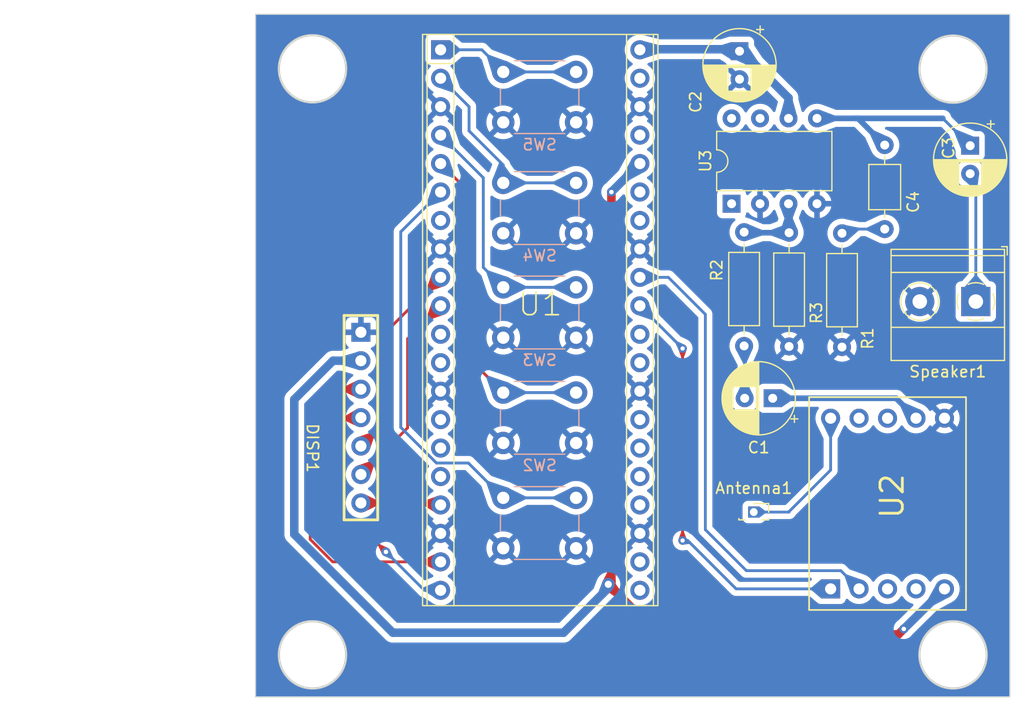
<source format=kicad_pcb>
(kicad_pcb (version 20221018) (generator pcbnew)
  (layers (0 "F.Cu" signal) (31 "B.Cu" signal) (34 "B.Paste" user) (35 "F.Paste" user) (36 "B.SilkS" user "B.Silkscreen") (37 "F.SilkS" user "F.Silkscreen") (38 "B.Mask" user) (39 "F.Mask" user) (44 "Edge.Cuts" user))
  (net 0 "")
  (net 1 "Net-(U2-ROUT)")
  (net 2 "Net-(U3-+)")
  (net 3 "GND")
  (net 4 "Net-(C3-Pad1)")
  (net 5 "Net-(C3-Pad2)")
  (net 6 "Net-(C4-Pad2)")
  (net 7 "Net-(DISP1-SCLK)")
  (net 8 "Net-(DISP1-SDA)")
  (net 9 "Net-(DISP1-RES)")
  (net 10 "Net-(DISP1-DC)")
  (net 11 "Net-(DISP1-CS)")
  (net 12 "Net-(U1-GP3)")
  (net 13 "Net-(U1-GP1)")
  (net 20 "Net-(U1-GP26{slash}ADC0)")
  (net 21 "Net-(U1-GP27{slash}ADC1)")
  (net 30 "Net-(Antenna1-Pin_1)")
  (net 34 "Net-(C1-Pad2)")
  (net 35 "+5V")
  (net 36 "+3V3")
  (net 42 "Net-(U1-GP4)")
  (net 43 "Net-(U1-GP2)")
  (net 44 "Net-(U1-GP0)")
  (footprint "Resistor_THT:R_Axial_DIN0207_L6.3mm_D2.5mm_P10.16mm_Horizontal" (layer "F.Cu") (at 169.52278 76.6572 90)
    (fp_text reference "R3" (at 2.9972 2.43522 90) (layer "F.SilkS"))
    (fp_text value "19")
    (pad "1" thru_hole circle (at 0 0 90) (size 1.6 1.6) (drill 0.8) (layers "*.Cu" "*.Mask") (net 3 "GND"))
    (pad "2" thru_hole oval (at 10.16 0 90) (size 1.6 1.6) (drill 0.8) (layers "*.Cu" "*.Mask") (net 2 "Net-(U3-+)"))
  )
  (footprint "Resistor_THT:R_Axial_DIN0207_L6.3mm_D2.5mm_P10.16mm_Horizontal" (layer "F.Cu") (at 165.50958 66.4464 -90)
    (fp_text reference "R2" (at 3.4036 2.44158 90) (layer "F.SilkS"))
    (fp_text value "3")
    (pad "1" thru_hole circle (at 0 0 270) (size 1.6 1.6) (drill 0.8) (layers "*.Cu" "*.Mask") (net 2 "Net-(U3-+)"))
    (pad "2" thru_hole oval (at 10.16 0 270) (size 1.6 1.6) (drill 0.8) (layers "*.Cu" "*.Mask") (net 34 "Net-(C1-Pad2)"))
  )
  (footprint "Capacitor_THT:CP_Radial_D6.3mm_P2.50mm" (layer "F.Cu") (at 168.06038 81.28 180)
    (fp_text reference "C1" (at 1.25 -4.4) (layer "F.SilkS"))
    (fp_text value "10uF")
    (pad "1" thru_hole rect (at 0 0 180) (size 1.6 1.6) (drill 0.8) (layers "*.Cu" "*.Mask") (net 1 "Net-(U2-ROUT)"))
    (pad "2" thru_hole circle (at 2.5 0 180) (size 1.6 1.6) (drill 0.8) (layers "*.Cu" "*.Mask") (net 34 "Net-(C1-Pad2)"))
  )
  (footprint "ECE:RDA5807M_Module_TH" (layer "F.Cu") (at 178.308 90.678 90)
    (fp_text reference "U2" (at 0.6604 0.4064 90 unlocked) (layer "F.SilkS") (effects (font (size 2 2) (thickness 0.25))))
    (fp_text value "RDA5807M_Module")
    (pad "1" thru_hole rect (at -7.62 -5.08 270) (size 1.7 1.7) (drill 1) (layers "*.Cu" "*.Mask") (net 20 "Net-(U1-GP26{slash}ADC0)"))
    (pad "2" thru_hole circle (at -7.62 -2.54 270) (size 1.7 1.7) (drill 1) (layers "*.Cu" "*.Mask") (net 21 "Net-(U1-GP27{slash}ADC1)"))
    (pad "3" thru_hole circle (at -7.62 0 270) (size 1.7 1.7) (drill 1) (layers "*.Cu" "*.Mask"))
    (pad "4" thru_hole circle (at -7.62 2.54 270) (size 1.7 1.7) (drill 1) (layers "*.Cu" "*.Mask"))
    (pad "5" thru_hole circle (at -7.62 5.08 270) (size 1.7 1.7) (drill 1) (layers "*.Cu" "*.Mask") (net 36 "+3V3"))
    (pad "6" thru_hole circle (at 7.62 5.08 270) (size 1.7 1.7) (drill 1) (layers "*.Cu" "*.Mask") (net 3 "GND"))
    (pad "7" thru_hole circle (at 7.62 2.54 270) (size 1.7 1.7) (drill 1) (layers "*.Cu" "*.Mask") (net 1 "Net-(U2-ROUT)"))
    (pad "8" thru_hole circle (at 7.62 0 270) (size 1.7 1.7) (drill 1) (layers "*.Cu" "*.Mask"))
    (pad "9" thru_hole circle (at 7.62 -2.54 270) (size 1.7 1.7) (drill 1) (layers "*.Cu" "*.Mask"))
    (pad "10" thru_hole circle (at 7.62 -5.08 270) (size 1.7 1.7) (drill 1) (layers "*.Cu" "*.Mask") (net 30 "Net-(Antenna1-Pin_1)"))
  )
  (footprint "Capacitor_THT:CP_Radial_D6.3mm_P2.50mm" (layer "F.Cu") (at 185.677887 58.728687 -90)
    (fp_text reference "C3" (at 0.214 1.92722 90) (layer "F.SilkS"))
    (fp_text value "470uF")
    (pad "1" thru_hole rect (at 0 0 270) (size 1.6 1.6) (drill 0.8) (layers "*.Cu" "*.Mask") (net 4 "Net-(C3-Pad1)"))
    (pad "2" thru_hole circle (at 2.5 0 270) (size 1.6 1.6) (drill 0.8) (layers "*.Cu" "*.Mask") (net 5 "Net-(C3-Pad2)"))
  )
  (footprint "ECE:OLED_Display_1.3" (layer "F.Cu") (at 99.368 65.2672 -90)
    (fp_text reference "DISP1" (at 20.4578 -27.632 -90 unlocked) (layer "F.SilkS"))
    (fp_text value "OLED Display")
    (pad "1" thru_hole rect (at 10.12 -31.95 180) (size 1.7 1.7) (drill 1) (layers "*.Cu" "*.Mask") (net 3 "GND"))
    (pad "2" thru_hole circle (at 12.66 -31.95 180) (size 1.7 1.7) (drill 1) (layers "*.Cu" "*.Mask") (net 36 "+3V3"))
    (pad "3" thru_hole circle (at 15.2 -31.95 180) (size 1.7 1.7) (drill 1) (layers "*.Cu" "*.Mask") (net 7 "Net-(DISP1-SCLK)"))
    (pad "4" thru_hole circle (at 17.74 -31.95 180) (size 1.7 1.7) (drill 1) (layers "*.Cu" "*.Mask") (net 8 "Net-(DISP1-SDA)"))
    (pad "5" thru_hole circle (at 20.28 -31.95 180) (size 1.7 1.7) (drill 1) (layers "*.Cu" "*.Mask") (net 9 "Net-(DISP1-RES)"))
    (pad "6" thru_hole circle (at 22.82 -31.95 180) (size 1.7 1.7) (drill 1) (layers "*.Cu" "*.Mask") (net 10 "Net-(DISP1-DC)"))
    (pad "7" thru_hole circle (at 25.36 -31.95 180) (size 1.7 1.7) (drill 1) (layers "*.Cu" "*.Mask") (net 11 "Net-(DISP1-CS)"))
  )
  (footprint "Capacitor_THT:CP_Radial_D6.3mm_P2.50mm" (layer "F.Cu") (at 165.1 50.292 -90)
    (fp_text reference "C2" (at 4.532 3.9116 90) (layer "F.SilkS"))
    (fp_text value "10uF")
    (pad "1" thru_hole rect (at 0 0 270) (size 1.6 1.6) (drill 0.8) (layers "*.Cu" "*.Mask") (net 35 "+5V"))
    (pad "2" thru_hole circle (at 2.5 0 270) (size 1.6 1.6) (drill 0.8) (layers "*.Cu" "*.Mask") (net 3 "GND"))
  )
  (footprint "ECE:RPi_Pico_TH" (layer "F.Cu") (at 147.32 74.295)
    (fp_text reference "U1" (at 0 -1.397 unlocked) (layer "F.SilkS") (effects (font (size 2 2))))
    (fp_text value "RPi_Pico_TH")
    (pad "1" thru_hole rect (at -8.89 -24.13) (size 1.7 1.7) (drill 1) (layers "*.Cu" "*.Mask") (net 44 "Net-(U1-GP0)"))
    (pad "2" thru_hole circle (at -8.89 -21.59) (size 1.7 1.7) (drill 1) (layers "*.Cu" "*.Mask") (net 13 "Net-(U1-GP1)"))
    (pad "3" thru_hole circle (at -8.89 -19.05) (size 1.7 1.7) (drill 1) (layers "*.Cu" "*.Mask") (net 3 "GND"))
    (pad "4" thru_hole circle (at -8.89 -16.51) (size 1.7 1.7) (drill 1) (layers "*.Cu" "*.Mask") (net 43 "Net-(U1-GP2)"))
    (pad "5" thru_hole circle (at -8.89 -13.97) (size 1.7 1.7) (drill 1) (layers "*.Cu" "*.Mask") (net 12 "Net-(U1-GP3)"))
    (pad "6" thru_hole circle (at -8.89 -11.43) (size 1.7 1.7) (drill 1) (layers "*.Cu" "*.Mask") (net 42 "Net-(U1-GP4)"))
    (pad "7" thru_hole circle (at -8.89 -8.89) (size 1.7 1.7) (drill 1) (layers "*.Cu" "*.Mask"))
    (pad "8" thru_hole circle (at -8.89 -6.35) (size 1.7 1.7) (drill 1) (layers "*.Cu" "*.Mask") (net 3 "GND"))
    (pad "9" thru_hole circle (at -8.89 -3.81) (size 1.7 1.7) (drill 1) (layers "*.Cu" "*.Mask") (net 9 "Net-(DISP1-RES)"))
    (pad "10" thru_hole circle (at -8.89 -1.27) (size 1.7 1.7) (drill 1) (layers "*.Cu" "*.Mask") (net 10 "Net-(DISP1-DC)"))
    (pad "11" thru_hole circle (at -8.89 1.27) (size 1.7 1.7) (drill 1) (layers "*.Cu" "*.Mask"))
    (pad "12" thru_hole circle (at -8.89 3.81) (size 1.7 1.7) (drill 1) (layers "*.Cu" "*.Mask"))
    (pad "13" thru_hole circle (at -8.89 6.35) (size 1.7 1.7) (drill 1) (layers "*.Cu" "*.Mask") (net 3 "GND"))
    (pad "14" thru_hole circle (at -8.89 8.89) (size 1.7 1.7) (drill 1) (layers "*.Cu" "*.Mask"))
    (pad "15" thru_hole circle (at -8.89 11.43) (size 1.7 1.7) (drill 1) (layers "*.Cu" "*.Mask"))
    (pad "16" thru_hole circle (at -8.89 13.97) (size 1.7 1.7) (drill 1) (layers "*.Cu" "*.Mask"))
    (pad "17" thru_hole circle (at -8.89 16.51) (size 1.7 1.7) (drill 1) (layers "*.Cu" "*.Mask") (net 11 "Net-(DISP1-CS)"))
    (pad "18" thru_hole circle (at -8.89 19.05) (size 1.7 1.7) (drill 1) (layers "*.Cu" "*.Mask") (net 3 "GND"))
    (pad "19" thru_hole circle (at -8.89 21.59) (size 1.7 1.7) (drill 1) (layers "*.Cu" "*.Mask") (net 7 "Net-(DISP1-SCLK)"))
    (pad "20" thru_hole circle (at -8.89 24.13) (size 1.7 1.7) (drill 1) (layers "*.Cu" "*.Mask") (net 8 "Net-(DISP1-SDA)"))
    (pad "21" thru_hole circle (at 8.89 24.13) (size 1.7 1.7) (drill 1) (layers "*.Cu" "*.Mask"))
    (pad "22" thru_hole circle (at 8.89 21.59) (size 1.7 1.7) (drill 1) (layers "*.Cu" "*.Mask"))
    (pad "23" thru_hole circle (at 8.89 19.05) (size 1.7 1.7) (drill 1) (layers "*.Cu" "*.Mask") (net 3 "GND"))
    (pad "24" thru_hole circle (at 8.89 16.51) (size 1.7 1.7) (drill 1) (layers "*.Cu" "*.Mask"))
    (pad "25" thru_hole circle (at 8.89 13.97) (size 1.7 1.7) (drill 1) (layers "*.Cu" "*.Mask"))
    (pad "26" thru_hole circle (at 8.89 11.43) (size 1.7 1.7) (drill 1) (layers "*.Cu" "*.Mask"))
    (pad "27" thru_hole circle (at 8.89 8.89) (size 1.7 1.7) (drill 1) (layers "*.Cu" "*.Mask"))
    (pad "28" thru_hole circle (at 8.89 6.35) (size 1.7 1.7) (drill 1) (layers "*.Cu" "*.Mask") (net 3 "GND"))
    (pad "29" thru_hole circle (at 8.89 3.81) (size 1.7 1.7) (drill 1) (layers "*.Cu" "*.Mask"))
    (pad "30" thru_hole circle (at 8.89 1.27) (size 1.7 1.7) (drill 1) (layers "*.Cu" "*.Mask"))
    (pad "31" thru_hole circle (at 8.89 -1.27) (size 1.7 1.7) (drill 1) (layers "*.Cu" "*.Mask") (net 20 "Net-(U1-GP26{slash}ADC0)"))
    (pad "32" thru_hole circle (at 8.89 -3.81) (size 1.7 1.7) (drill 1) (layers "*.Cu" "*.Mask") (net 21 "Net-(U1-GP27{slash}ADC1)"))
    (pad "33" thru_hole circle (at 8.89 -6.35) (size 1.7 1.7) (drill 1) (layers "*.Cu" "*.Mask") (net 3 "GND"))
    (pad "34" thru_hole circle (at 8.89 -8.89) (size 1.7 1.7) (drill 1) (layers "*.Cu" "*.Mask"))
    (pad "35" thru_hole circle (at 8.89 -11.43) (size 1.7 1.7) (drill 1) (layers "*.Cu" "*.Mask"))
    (pad "36" thru_hole circle (at 8.89 -13.97) (size 1.7 1.7) (drill 1) (layers "*.Cu" "*.Mask") (net 36 "+3V3"))
    (pad "37" thru_hole circle (at 8.89 -16.51) (size 1.7 1.7) (drill 1) (layers "*.Cu" "*.Mask"))
    (pad "38" thru_hole circle (at 8.89 -19.05) (size 1.7 1.7) (drill 1) (layers "*.Cu" "*.Mask") (net 3 "GND"))
    (pad "39" thru_hole circle (at 8.89 -21.59) (size 1.7 1.7) (drill 1) (layers "*.Cu" "*.Mask"))
    (pad "40" thru_hole circle (at 8.89 -24.13) (size 1.7 1.7) (drill 1) (layers "*.Cu" "*.Mask") (net 35 "+5V"))
  )
  (footprint "Resistor_THT:R_Axial_DIN0207_L6.3mm_D2.5mm_P10.16mm_Horizontal" (layer "F.Cu") (at 174.244 76.708 90)
    (fp_text reference "R1" (at 0.762 2.286 90) (layer "F.SilkS"))
    (fp_text value "10")
    (pad "1" thru_hole circle (at 0 0 90) (size 1.6 1.6) (drill 0.8) (layers "*.Cu" "*.Mask") (net 3 "GND"))
    (pad "2" thru_hole oval (at 10.16 0 90) (size 1.6 1.6) (drill 0.8) (layers "*.Cu" "*.Mask") (net 6 "Net-(C4-Pad2)"))
  )
  (footprint "Capacitor_THT:C_Axial_L3.8mm_D2.6mm_P7.50mm_Horizontal" (layer "F.Cu") (at 178.054 58.674 -90)
    (fp_text reference "C4" (at 5.08 -2.54 90) (layer "F.SilkS"))
    (fp_text value "10nF")
    (pad "1" thru_hole circle (at 0 0 270) (size 1.6 1.6) (drill 0.8) (layers "*.Cu" "*.Mask") (net 4 "Net-(C3-Pad1)"))
    (pad "2" thru_hole oval (at 7.5 0 270) (size 1.6 1.6) (drill 0.8) (layers "*.Cu" "*.Mask") (net 6 "Net-(C4-Pad2)"))
  )
  (footprint "TerminalBlock_Phoenix:TerminalBlock_Phoenix_MKDS-1,5-2_1x02_P5.00mm_Horizontal" (layer "F.Cu") (at 186.182 72.644 180)
    (fp_text reference "Speaker1" (at 2.5 -6.26) (layer "F.SilkS"))
    (fp_text value "Speaker")
    (pad "1" thru_hole rect (at 0 0 180) (size 2.6 2.6) (drill 1.3) (layers "*.Cu" "*.Mask") (net 5 "Net-(C3-Pad2)"))
    (pad "2" thru_hole circle (at 5 0 180) (size 2.6 2.6) (drill 1.3) (layers "*.Cu" "*.Mask") (net 3 "GND"))
  )
  (footprint "Package_DIP:DIP-8_W7.62mm" (layer "F.Cu") (at 164.39198 63.90958 90)
    (fp_text reference "U3" (at 3.81 -2.33 90) (layer "F.SilkS"))
    (fp_text value "LM386")
    (pad "1" thru_hole rect (at 0 0 90) (size 1.6 1.6) (drill 0.8) (layers "*.Cu" "*.Mask"))
    (pad "2" thru_hole oval (at 0 2.54 90) (size 1.6 1.6) (drill 0.8) (layers "*.Cu" "*.Mask") (net 3 "GND"))
    (pad "3" thru_hole oval (at 0 5.08 90) (size 1.6 1.6) (drill 0.8) (layers "*.Cu" "*.Mask") (net 2 "Net-(U3-+)"))
    (pad "4" thru_hole oval (at 0 7.62 90) (size 1.6 1.6) (drill 0.8) (layers "*.Cu" "*.Mask") (net 3 "GND"))
    (pad "5" thru_hole oval (at 7.62 7.62 90) (size 1.6 1.6) (drill 0.8) (layers "*.Cu" "*.Mask") (net 4 "Net-(C3-Pad1)"))
    (pad "6" thru_hole oval (at 7.62 5.08 90) (size 1.6 1.6) (drill 0.8) (layers "*.Cu" "*.Mask") (net 35 "+5V"))
    (pad "7" thru_hole oval (at 7.62 2.54 90) (size 1.6 1.6) (drill 0.8) (layers "*.Cu" "*.Mask"))
    (pad "8" thru_hole oval (at 7.62 0 90) (size 1.6 1.6) (drill 0.8) (layers "*.Cu" "*.Mask"))
  )
  (footprint "Connector_PinSocket_1.27mm:PinSocket_1x01_P1.27mm_Vertical" (layer "F.Cu") (at 166.371 91.44)
    (fp_text reference "Antenna1" (at 0 -2.135) (layer "F.SilkS"))
    (fp_text value "Conn_01x01_Socket")
    (pad "1" thru_hole rect (at 0 0) (size 1 1) (drill 0.7) (layers "*.Cu" "*.Mask") (net 30 "Net-(Antenna1-Pin_1)"))
  )
  (footprint "Button_Switch_THT:SW_PUSH_6mm" (layer "B.Cu") (at 144.018 94.67)
    (fp_text reference "SW1" hide)
    (fp_text value "SW_Push" hide)
    (pad "1" thru_hole circle (at 0 0 270) (size 2 2) (drill 1.1) (layers "*.Cu" "*.Mask") (net 3 "GND"))
    (pad "1" thru_hole circle (at 6.5 0 270) (size 2 2) (drill 1.1) (layers "*.Cu" "*.Mask") (net 3 "GND"))
    (pad "2" thru_hole circle (at 0 -4.5 270) (size 2 2) (drill 1.1) (layers "*.Cu" "*.Mask") (net 42 "Net-(U1-GP4)"))
    (pad "2" thru_hole circle (at 6.5 -4.5 270) (size 2 2) (drill 1.1) (layers "*.Cu" "*.Mask") (net 42 "Net-(U1-GP4)"))
  )
  (footprint "Button_Switch_THT:SW_PUSH_6mm" (layer "B.Cu") (at 144.018 56.642)
    (fp_text reference "SW5" (at 3.25 2) (layer "B.SilkS") (effects (justify mirror)))
    (fp_text value "SW_Push")
    (pad "1" thru_hole circle (at 0 0 270) (size 2 2) (drill 1.1) (layers "*.Cu" "*.Mask") (net 3 "GND"))
    (pad "1" thru_hole circle (at 6.5 0 270) (size 2 2) (drill 1.1) (layers "*.Cu" "*.Mask") (net 3 "GND"))
    (pad "2" thru_hole circle (at 0 -4.5 270) (size 2 2) (drill 1.1) (layers "*.Cu" "*.Mask") (net 44 "Net-(U1-GP0)"))
    (pad "2" thru_hole circle (at 6.5 -4.5 270) (size 2 2) (drill 1.1) (layers "*.Cu" "*.Mask") (net 44 "Net-(U1-GP0)"))
  )
  (footprint "Button_Switch_THT:SW_PUSH_6mm" (layer "B.Cu") (at 144.018 66.548)
    (fp_text reference "SW4" (at 3.25 2) (layer "B.SilkS") (effects (justify mirror)))
    (fp_text value "SW_Push" hide)
    (pad "1" thru_hole circle (at 0 0 270) (size 2 2) (drill 1.1) (layers "*.Cu" "*.Mask") (net 3 "GND"))
    (pad "1" thru_hole circle (at 6.5 0 270) (size 2 2) (drill 1.1) (layers "*.Cu" "*.Mask") (net 3 "GND"))
    (pad "2" thru_hole circle (at 0 -4.5 270) (size 2 2) (drill 1.1) (layers "*.Cu" "*.Mask") (net 13 "Net-(U1-GP1)"))
    (pad "2" thru_hole circle (at 6.5 -4.5 270) (size 2 2) (drill 1.1) (layers "*.Cu" "*.Mask") (net 13 "Net-(U1-GP1)"))
  )
  (footprint "Button_Switch_THT:SW_PUSH_6mm" (layer "B.Cu") (at 144.018 85.272)
    (fp_text reference "SW2" (at 3.25 2) (layer "B.SilkS") (effects (justify mirror)))
    (fp_text value "SW_Push" hide)
    (pad "1" thru_hole circle (at 0 0 270) (size 2 2) (drill 1.1) (layers "*.Cu" "*.Mask") (net 3 "GND"))
    (pad "1" thru_hole circle (at 6.5 0 270) (size 2 2) (drill 1.1) (layers "*.Cu" "*.Mask") (net 3 "GND"))
    (pad "2" thru_hole circle (at 0 -4.5 270) (size 2 2) (drill 1.1) (layers "*.Cu" "*.Mask") (net 12 "Net-(U1-GP3)"))
    (pad "2" thru_hole circle (at 6.5 -4.5 270) (size 2 2) (drill 1.1) (layers "*.Cu" "*.Mask") (net 12 "Net-(U1-GP3)"))
  )
  (footprint "Button_Switch_THT:SW_PUSH_6mm" (layer "B.Cu") (at 144.018 75.874)
    (fp_text reference "SW3" (at 3.25 2) (layer "B.SilkS") (effects (justify mirror)))
    (fp_text value "SW_Push" hide)
    (pad "1" thru_hole circle (at 0 0 270) (size 2 2) (drill 1.1) (layers "*.Cu" "*.Mask") (net 3 "GND"))
    (pad "1" thru_hole circle (at 6.5 0 270) (size 2 2) (drill 1.1) (layers "*.Cu" "*.Mask") (net 3 "GND"))
    (pad "2" thru_hole circle (at 0 -4.5 270) (size 2 2) (drill 1.1) (layers "*.Cu" "*.Mask") (net 43 "Net-(U1-GP2)"))
    (pad "2" thru_hole circle (at 6.5 -4.5 270) (size 2 2) (drill 1.1) (layers "*.Cu" "*.Mask") (net 43 "Net-(U1-GP2)"))
  )
  (gr_circle (center 184.15 104.188) (end 187.15 104.188) (stroke (width 0.2)) (fill none) (layer "Edge.Cuts"))
  (gr_circle (center 127 51.864) (end 130 51.864) (stroke (width 0.2)) (fill none) (layer "Edge.Cuts"))
  (gr_circle (center 184.15 51.895) (end 187.15 51.895) (stroke (width 0.2)) (fill none) (layer "Edge.Cuts"))
  (gr_rect (start 121.92 46.99) (end 189.23 107.95) (stroke (width 0.1)) (fill none) (layer "Edge.Cuts"))
  (gr_circle (center 127 104.188) (end 130 104.188) (stroke (width 0.2)) (fill none) (layer "Edge.Cuts"))
  (segment (start 168.06038 81.28) (end 179.07 81.28) (width 0.508) (layer "B.Cu") (net 1))
  (segment (start 179.07 81.28) (end 180.848 83.058) (width 0.508) (layer "B.Cu") (net 1))
  (segment (start 169.47198 63.90958) (end 169.47198 66.4464) (width 0.508) (layer "B.Cu") (net 2))
  (segment (start 165.56038 66.4972) (end 165.50958 66.4464) (width 0.25) (layer "B.Cu") (net 2))
  (segment (start 169.47198 66.4464) (end 169.52278 66.4972) (width 0.25) (layer "B.Cu") (net 2))
  (segment (start 169.52278 66.4972) (end 165.56038 66.4972) (width 0.508) (layer "B.Cu") (net 2))
  (segment (start 175.46638 56.28958) (end 183.23878 56.28958) (width 0.508) (layer "B.Cu") (net 4))
  (segment (start 185.677887 58.728687) (end 183.23878 56.28958) (width 0.254) (layer "B.Cu") (net 4))
  (segment (start 175.46638 56.28958) (end 175.66958 56.28958) (width 0.508) (layer "B.Cu") (net 4))
  (segment (start 175.66958 56.28958) (end 178.054 58.674) (width 0.508) (layer "B.Cu") (net 4))
  (segment (start 172.01198 56.28958) (end 175.46638 56.28958) (width 0.508) (layer "B.Cu") (net 4))
  (segment (start 186.182 72.644) (end 186.182 61.7328) (width 0.254) (layer "B.Cu") (net 5))
  (segment (start 186.182 61.7328) (end 185.677887 61.228687) (width 0.254) (layer "B.Cu") (net 5))
  (segment (start 174.618 66.174) (end 174.244 66.548) (width 0.254) (layer "B.Cu") (net 6))
  (segment (start 178.054 66.174) (end 174.618 66.174) (width 0.254) (layer "B.Cu") (net 6))
  (segment (start 126.7968 93.8784) (end 128.8034 95.885) (width 0.25) (layer "F.Cu") (net 7))
  (segment (start 131.318 80.4672) (end 128.8796 80.4672) (width 0.25) (layer "F.Cu") (net 7))
  (segment (start 126.7968 82.55) (end 126.7968 93.8784) (width 0.25) (layer "F.Cu") (net 7))
  (segment (start 128.8034 95.885) (end 138.43 95.885) (width 0.25) (layer "F.Cu") (net 7))
  (segment (start 128.8796 80.4672) (end 126.7968 82.55) (width 0.25) (layer "F.Cu") (net 7))
  (segment (start 132.7912 94.234) (end 133.5532 94.996) (width 0.25) (layer "F.Cu") (net 8))
  (segment (start 128.1176 84.6836) (end 128.1176 92.3036) (width 0.25) (layer "F.Cu") (net 8))
  (segment (start 129.794 83.0072) (end 128.1176 84.6836) (width 0.25) (layer "F.Cu") (net 8))
  (segment (start 130.048 94.234) (end 132.7912 94.234) (width 0.25) (layer "F.Cu") (net 8))
  (segment (start 131.318 83.0072) (end 129.794 83.0072) (width 0.25) (layer "F.Cu") (net 8))
  (segment (start 128.1176 92.3036) (end 130.048 94.234) (width 0.25) (layer "F.Cu") (net 8))
  (via (at 133.5532 94.996) (size 0.8) (drill 0.4) (layers "F.Cu" "B.Cu") (net 8))
  (segment (start 133.5532 94.996) (end 136.9822 98.425) (width 0.25) (layer "B.Cu") (net 8))
  (segment (start 136.9822 98.425) (end 138.43 98.425) (width 0.25) (layer "B.Cu") (net 8))
  (segment (start 133.5024 83.3628) (end 133.5024 75.4126) (width 0.25) (layer "F.Cu") (net 9))
  (segment (start 131.318 85.5472) (end 133.5024 83.3628) (width 0.25) (layer "F.Cu") (net 9))
  (segment (start 133.5024 75.4126) (end 138.43 70.485) (width 0.25) (layer "F.Cu") (net 9))
  (segment (start 135.4836 75.9714) (end 138.43 73.025) (width 0.25) (layer "F.Cu") (net 10))
  (segment (start 135.4836 83.9216) (end 135.4836 75.9714) (width 0.25) (layer "F.Cu") (net 10))
  (segment (start 131.318 88.0872) (end 135.4836 83.9216) (width 0.25) (layer "F.Cu") (net 10))
  (segment (start 138.2522 90.6272) (end 138.43 90.805) (width 0.25) (layer "F.Cu") (net 11))
  (segment (start 131.318 90.6272) (end 138.2522 90.6272) (width 0.25) (layer "F.Cu") (net 11))
  (segment (start 144.018 80.772) (end 140.716 77.47) (width 0.254) (layer "F.Cu") (net 12))
  (segment (start 140.716 77.47) (end 140.716 62.611) (width 0.254) (layer "F.Cu") (net 12))
  (segment (start 140.716 62.611) (end 138.43 60.325) (width 0.254) (layer "F.Cu") (net 12))
  (segment (start 150.518 80.772) (end 144.018 80.772) (width 0.254) (layer "B.Cu") (net 12))
  (segment (start 144.018 62.048) (end 144.018 60.452) (width 0.254) (layer "B.Cu") (net 13))
  (segment (start 140.97 57.404) (end 140.97 55.245) (width 0.254) (layer "B.Cu") (net 13))
  (segment (start 150.518 62.048) (end 144.018 62.048) (width 0.254) (layer "B.Cu") (net 13))
  (segment (start 140.97 55.245) (end 138.43 52.705) (width 0.254) (layer "B.Cu") (net 13))
  (segment (start 144.018 60.452) (end 140.97 57.404) (width 0.254) (layer "B.Cu") (net 13))
  (segment (start 160.02 76.835) (end 160.02 93.98) (width 0.254) (layer "F.Cu") (net 20))
  (via (at 160.02 76.835) (size 0.762) (drill 0.381) (layers "F.Cu" "B.Cu") (net 20))
  (via (at 160.02 93.98) (size 0.762) (drill 0.381) (layers "F.Cu" "B.Cu") (net 20))
  (segment (start 160.480017 93.98) (end 164.774719 98.274702) (width 0.254) (layer "B.Cu") (net 20))
  (segment (start 156.21 73.025) (end 160.02 76.835) (width 0.254) (layer "B.Cu") (net 20))
  (segment (start 164.798017 98.298) (end 173.228 98.298) (width 0.254) (layer "B.Cu") (net 20))
  (segment (start 160.02 93.98) (end 160.480017 93.98) (width 0.254) (layer "B.Cu") (net 20))
  (segment (start 162.052 73.787) (end 162.052 93.0148) (width 0.25) (layer "B.Cu") (net 21))
  (segment (start 162.052 93.0148) (end 165.7096 96.6724) (width 0.25) (layer "B.Cu") (net 21))
  (segment (start 158.75 70.485) (end 162.052 73.787) (width 0.25) (layer "B.Cu") (net 21))
  (segment (start 174.1424 96.6724) (end 175.768 98.298) (width 0.25) (layer "B.Cu") (net 21))
  (segment (start 156.21 70.485) (end 158.75 70.485) (width 0.25) (layer "B.Cu") (net 21))
  (segment (start 165.7096 96.6724) (end 174.1424 96.6724) (width 0.25) (layer "B.Cu") (net 21))
  (segment (start 173.228 83.058) (end 173.228 87.687821) (width 0.25) (layer "B.Cu") (net 30))
  (segment (start 173.228 87.687821) (end 169.5206 91.395221) (width 0.25) (layer "B.Cu") (net 30))
  (segment (start 169.5206 91.44) (end 166.371 91.44) (width 0.25) (layer "B.Cu") (net 30))
  (segment (start 169.5206 91.395221) (end 169.5206 91.44) (width 0.25) (layer "B.Cu") (net 30))
  (segment (start 165.56038 76.6572) (end 165.50958 76.6064) (width 0.254) (layer "B.Cu") (net 34))
  (segment (start 165.56038 81.28) (end 165.56038 76.6572) (width 0.254) (layer "B.Cu") (net 34))
  (segment (start 169.47198 54.46396) (end 169.47198 56.28958) (width 0.762) (layer "B.Cu") (net 35))
  (segment (start 156.25762 50.11738) (end 165.0746 50.11738) (width 0.762) (layer "B.Cu") (net 35))
  (segment (start 156.21 50.165) (end 156.25762 50.11738) (width 0.762) (layer "B.Cu") (net 35))
  (segment (start 165.1 50.09198) (end 169.47198 54.46396) (width 0.762) (layer "B.Cu") (net 35))
  (segment (start 153.67 98.171064) (end 153.67 97.610498) (width 0.762) (layer "F.Cu") (net 36))
  (segment (start 179.7558 101.87622) (end 179.27002 102.362) (width 0.762) (layer "F.Cu") (net 36))
  (segment (start 153.67 97.610498) (end 153.389717 97.890781) (width 0.762) (layer "F.Cu") (net 36))
  (segment (start 157.860936 102.362) (end 153.67 98.171064) (width 0.762) (layer "F.Cu") (net 36))
  (segment (start 153.67 62.865) (end 153.67 97.610498) (width 0.762) (layer "F.Cu") (net 36))
  (segment (start 179.27002 102.362) (end 157.860936 102.362) (width 0.762) (layer "F.Cu") (net 36))
  (via (at 179.7558 101.87622) (size 0.8) (drill 0.4) (layers "F.Cu" "B.Cu") (net 36))
  (via (at 153.67 62.865) (size 0.8) (drill 0.4) (layers "F.Cu" "B.Cu") (net 36))
  (via (at 153.389717 97.890781) (size 1.143) (drill 0.635) (layers "F.Cu" "B.Cu") (net 36))
  (segment (start 128.8288 77.9272) (end 131.318 77.9272) (width 0.762) (layer "B.Cu") (net 36))
  (segment (start 153.389717 98.222683) (end 149.4028 102.2096) (width 0.762) (layer "B.Cu") (net 36))
  (segment (start 134.1628 102.2096) (end 125.3744 93.4212) (width 0.762) (layer "B.Cu") (net 36))
  (segment (start 156.21 60.325) (end 153.67 62.865) (width 0.762) (layer "B.Cu") (net 36))
  (segment (start 149.4028 102.2096) (end 134.1628 102.2096) (width 0.762) (layer "B.Cu") (net 36))
  (segment (start 153.389717 97.890781) (end 153.389717 98.222683) (width 0.762) (layer "B.Cu") (net 36))
  (segment (start 183.388 98.298) (end 179.7558 101.87622) (width 0.762) (layer "B.Cu") (net 36))
  (segment (start 125.3744 81.3816) (end 128.8288 77.9272) (width 0.762) (layer "B.Cu") (net 36))
  (segment (start 153.389717 98.144717) (end 153.389717 97.890781) (width 0.762) (layer "B.Cu") (net 36))
  (segment (start 125.3744 93.4212) (end 125.3744 81.3816) (width 0.762) (layer "B.Cu") (net 36))
  (segment (start 144.018 90.17) (end 140.9074 87.0594) (width 0.254) (layer "B.Cu") (net 42))
  (segment (start 134.874 66.421) (end 138.43 62.865) (width 0.254) (layer "B.Cu") (net 42))
  (segment (start 138.059424 87.0594) (end 134.874 83.873976) (width 0.254) (layer "B.Cu") (net 42))
  (segment (start 140.9074 87.0594) (end 138.059424 87.0594) (width 0.254) (layer "B.Cu") (net 42))
  (segment (start 150.518 90.17) (end 144.018 90.17) (width 0.254) (layer "B.Cu") (net 42))
  (segment (start 134.874 83.873976) (end 134.874 66.421) (width 0.254) (layer "B.Cu") (net 42))
  (segment (start 142.24 69.596) (end 142.24 61.595) (width 0.254) (layer "B.Cu") (net 43))
  (segment (start 144.018 71.374) (end 142.24 69.596) (width 0.254) (layer "B.Cu") (net 43))
  (segment (start 142.24 61.595) (end 138.43 57.785) (width 0.254) (layer "B.Cu") (net 43))
  (segment (start 150.518 71.374) (end 144.018 71.374) (width 0.254) (layer "B.Cu") (net 43))
  (segment (start 144.018 52.07) (end 142.113 50.165) (width 0.254) (layer "B.Cu") (net 44))
  (segment (start 142.113 50.165) (end 138.43 50.165) (width 0.254) (layer "B.Cu") (net 44))
  (segment (start 144.018 52.142) (end 144.018 52.07) (width 0.254) (layer "B.Cu") (net 44))
  (segment (start 144.018 52.142) (end 150.518 52.142) (width 0.254) (layer "B.Cu") (net 44))
  (zone (net 3) (net_name "GND") (layer "B.Cu") (connect_pads (clearance 0.5)) (min_thickness 0.25) (fill yes (thermal_gap 0.5) (thermal_bridge_width 0.5))
    (polygon (pts (xy 190.5 109.22) (xy 120.65 109.22) (xy 120.65 45.72) (xy 190.5 45.72)))
  )
)
</source>
